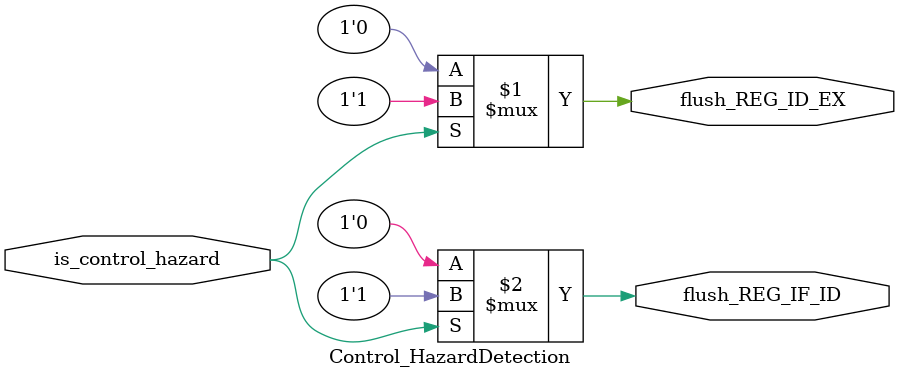
<source format=v>
`timescale 1ns / 1ps


module Control_HazardDetection(
    input wire        is_control_hazard,

    output wire       flush_REG_ID_EX,
    output wire       flush_REG_IF_ID
    );

    assign flush_REG_ID_EX = is_control_hazard? 1'b1 :1'b0;
    assign flush_REG_IF_ID = is_control_hazard? 1'b1 :1'b0;
endmodule

</source>
